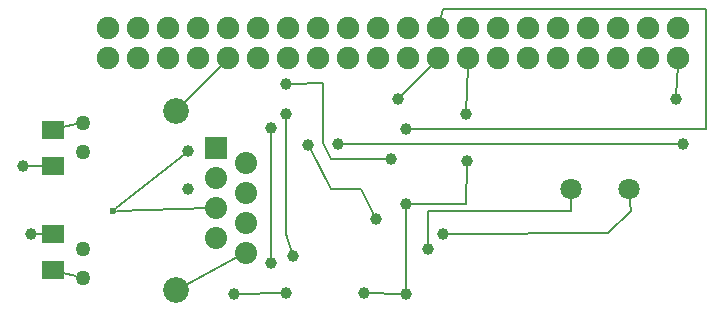
<source format=gbl>
G04 MADE WITH FRITZING*
G04 WWW.FRITZING.ORG*
G04 DOUBLE SIDED*
G04 HOLES PLATED*
G04 CONTOUR ON CENTER OF CONTOUR VECTOR*
%ASAXBY*%
%FSLAX23Y23*%
%MOIN*%
%OFA0B0*%
%SFA1.0B1.0*%
%ADD10C,0.075361*%
%ADD11C,0.039370*%
%ADD12C,0.070925*%
%ADD13C,0.070866*%
%ADD14C,0.023622*%
%ADD15C,0.073768*%
%ADD16C,0.049844*%
%ADD17C,0.085731*%
%ADD18R,0.074803X0.062992*%
%ADD19C,0.008000*%
%ADD20R,0.001000X0.001000*%
%LNCOPPER0*%
G90*
G70*
G54D10*
X334Y1030D03*
X434Y1030D03*
X534Y1030D03*
X634Y1030D03*
X734Y1030D03*
X834Y1030D03*
X934Y1030D03*
X1034Y1030D03*
X1134Y1030D03*
X1234Y1030D03*
X1334Y1030D03*
X1434Y1030D03*
X1534Y1030D03*
X1634Y1030D03*
X1734Y1030D03*
X1834Y1030D03*
X1934Y1030D03*
X2034Y1030D03*
X2134Y1030D03*
X2234Y1030D03*
X2234Y1130D03*
X2134Y1130D03*
X2034Y1130D03*
X1934Y1130D03*
X1834Y1130D03*
X1734Y1130D03*
X1634Y1130D03*
X1534Y1130D03*
X1434Y1130D03*
X1334Y1130D03*
X1234Y1130D03*
X1134Y1130D03*
X1034Y1130D03*
X934Y1130D03*
X834Y1130D03*
X734Y1130D03*
X634Y1130D03*
X534Y1130D03*
X434Y1130D03*
X334Y1130D03*
G54D11*
X753Y245D03*
X952Y369D03*
X51Y670D03*
X76Y445D03*
X1529Y688D03*
X1326Y545D03*
X1101Y745D03*
X2251Y745D03*
X1452Y445D03*
X1226Y495D03*
X1186Y247D03*
X876Y346D03*
X926Y845D03*
X877Y796D03*
X1001Y742D03*
X1326Y245D03*
X1401Y395D03*
G54D12*
X2070Y595D03*
G54D13*
X1876Y595D03*
G54D11*
X1527Y844D03*
X1326Y795D03*
X1301Y895D03*
X2227Y895D03*
G54D14*
X351Y520D03*
G54D11*
X601Y595D03*
X601Y720D03*
X1276Y695D03*
X926Y945D03*
X927Y246D03*
G54D15*
X694Y730D03*
X794Y680D03*
X694Y630D03*
X794Y580D03*
X694Y530D03*
X794Y481D03*
X694Y431D03*
X794Y381D03*
G54D16*
X251Y815D03*
X251Y717D03*
X251Y395D03*
X251Y297D03*
G54D17*
X562Y854D03*
X562Y258D03*
G54D18*
X151Y445D03*
X151Y323D03*
X151Y670D03*
X151Y792D03*
G54D19*
X183Y315D02*
X227Y303D01*
D02*
X120Y445D02*
X90Y445D01*
D02*
X65Y670D02*
X120Y670D01*
D02*
X227Y810D02*
X183Y800D01*
D02*
X1526Y545D02*
X1529Y675D01*
D02*
X1340Y545D02*
X1526Y545D01*
D02*
X1326Y258D02*
X1326Y532D01*
D02*
X1115Y745D02*
X2238Y745D01*
D02*
X1312Y245D02*
X1199Y247D01*
D02*
X2001Y446D02*
X2076Y520D01*
D02*
X1465Y445D02*
X2001Y446D01*
D02*
X1176Y595D02*
X1220Y507D01*
D02*
X1076Y595D02*
X1176Y595D01*
D02*
X1008Y730D02*
X1076Y595D01*
D02*
X877Y782D02*
X876Y359D01*
D02*
X926Y445D02*
X948Y382D01*
D02*
X926Y831D02*
X926Y445D01*
D02*
X1876Y520D02*
X1876Y574D01*
D02*
X1401Y520D02*
X1876Y520D01*
D02*
X1401Y409D02*
X1401Y520D01*
D02*
X1527Y846D02*
X1530Y858D01*
D02*
X1533Y1004D02*
X1527Y846D01*
D02*
X1441Y1155D02*
X1451Y1195D01*
D02*
X2326Y1195D02*
X2327Y795D01*
D02*
X1451Y1195D02*
X2326Y1195D01*
D02*
X2327Y795D02*
X1340Y795D01*
D02*
X1416Y1012D02*
X1311Y905D01*
D02*
X2228Y908D02*
X2233Y1004D01*
D02*
X595Y275D02*
X772Y369D01*
D02*
X365Y521D02*
X669Y530D01*
D02*
X588Y881D02*
X716Y1012D01*
D02*
X591Y712D02*
X362Y529D01*
D02*
X1276Y695D02*
X1267Y704D01*
D02*
X940Y945D02*
X1052Y946D01*
D02*
X1051Y746D02*
X1076Y695D01*
D02*
X1052Y946D02*
X1051Y746D01*
D02*
X1076Y695D02*
X1276Y695D01*
D02*
X766Y245D02*
X913Y246D01*
D02*
X2076Y520D02*
X2071Y574D01*
G54D20*
X657Y767D02*
X730Y767D01*
X657Y766D02*
X730Y766D01*
X657Y765D02*
X730Y765D01*
X657Y764D02*
X730Y764D01*
X657Y763D02*
X730Y763D01*
X657Y762D02*
X730Y762D01*
X657Y761D02*
X730Y761D01*
X657Y760D02*
X730Y760D01*
X657Y759D02*
X730Y759D01*
X657Y758D02*
X730Y758D01*
X657Y757D02*
X730Y757D01*
X657Y756D02*
X730Y756D01*
X657Y755D02*
X730Y755D01*
X657Y754D02*
X730Y754D01*
X657Y753D02*
X730Y753D01*
X657Y752D02*
X730Y752D01*
X657Y751D02*
X730Y751D01*
X657Y750D02*
X689Y750D01*
X698Y750D02*
X730Y750D01*
X657Y749D02*
X686Y749D01*
X701Y749D02*
X730Y749D01*
X657Y748D02*
X684Y748D01*
X703Y748D02*
X730Y748D01*
X657Y747D02*
X682Y747D01*
X705Y747D02*
X730Y747D01*
X657Y746D02*
X681Y746D01*
X706Y746D02*
X730Y746D01*
X657Y745D02*
X679Y745D01*
X708Y745D02*
X730Y745D01*
X657Y744D02*
X678Y744D01*
X708Y744D02*
X730Y744D01*
X657Y743D02*
X678Y743D01*
X709Y743D02*
X730Y743D01*
X657Y742D02*
X677Y742D01*
X710Y742D02*
X730Y742D01*
X657Y741D02*
X676Y741D01*
X711Y741D02*
X730Y741D01*
X657Y740D02*
X676Y740D01*
X711Y740D02*
X730Y740D01*
X657Y739D02*
X675Y739D01*
X712Y739D02*
X730Y739D01*
X657Y738D02*
X675Y738D01*
X712Y738D02*
X730Y738D01*
X657Y737D02*
X674Y737D01*
X713Y737D02*
X730Y737D01*
X657Y736D02*
X674Y736D01*
X713Y736D02*
X730Y736D01*
X657Y735D02*
X674Y735D01*
X713Y735D02*
X730Y735D01*
X657Y734D02*
X674Y734D01*
X713Y734D02*
X730Y734D01*
X657Y733D02*
X674Y733D01*
X713Y733D02*
X730Y733D01*
X657Y732D02*
X673Y732D01*
X714Y732D02*
X730Y732D01*
X657Y731D02*
X673Y731D01*
X714Y731D02*
X730Y731D01*
X657Y730D02*
X673Y730D01*
X714Y730D02*
X730Y730D01*
X657Y729D02*
X673Y729D01*
X713Y729D02*
X730Y729D01*
X657Y728D02*
X674Y728D01*
X713Y728D02*
X730Y728D01*
X657Y727D02*
X674Y727D01*
X713Y727D02*
X730Y727D01*
X657Y726D02*
X674Y726D01*
X713Y726D02*
X730Y726D01*
X657Y725D02*
X674Y725D01*
X713Y725D02*
X730Y725D01*
X657Y724D02*
X675Y724D01*
X712Y724D02*
X730Y724D01*
X657Y723D02*
X675Y723D01*
X712Y723D02*
X730Y723D01*
X657Y722D02*
X676Y722D01*
X711Y722D02*
X730Y722D01*
X657Y721D02*
X676Y721D01*
X711Y721D02*
X730Y721D01*
X657Y720D02*
X677Y720D01*
X710Y720D02*
X730Y720D01*
X657Y719D02*
X677Y719D01*
X710Y719D02*
X730Y719D01*
X657Y718D02*
X678Y718D01*
X709Y718D02*
X730Y718D01*
X657Y717D02*
X679Y717D01*
X708Y717D02*
X730Y717D01*
X657Y716D02*
X680Y716D01*
X707Y716D02*
X730Y716D01*
X657Y715D02*
X681Y715D01*
X705Y715D02*
X730Y715D01*
X657Y714D02*
X683Y714D01*
X704Y714D02*
X730Y714D01*
X657Y713D02*
X685Y713D01*
X702Y713D02*
X730Y713D01*
X657Y712D02*
X688Y712D01*
X699Y712D02*
X730Y712D01*
X657Y711D02*
X730Y711D01*
X657Y710D02*
X730Y710D01*
X657Y709D02*
X730Y709D01*
X657Y708D02*
X730Y708D01*
X657Y707D02*
X730Y707D01*
X657Y706D02*
X730Y706D01*
X657Y705D02*
X730Y705D01*
X657Y704D02*
X730Y704D01*
X657Y703D02*
X730Y703D01*
X657Y702D02*
X730Y702D01*
X657Y701D02*
X730Y701D01*
X657Y700D02*
X730Y700D01*
X657Y699D02*
X730Y699D01*
X657Y698D02*
X730Y698D01*
X657Y697D02*
X730Y697D01*
X657Y696D02*
X730Y696D01*
X657Y695D02*
X730Y695D01*
X657Y694D02*
X730Y694D01*
D02*
G04 End of Copper0*
M02*
</source>
